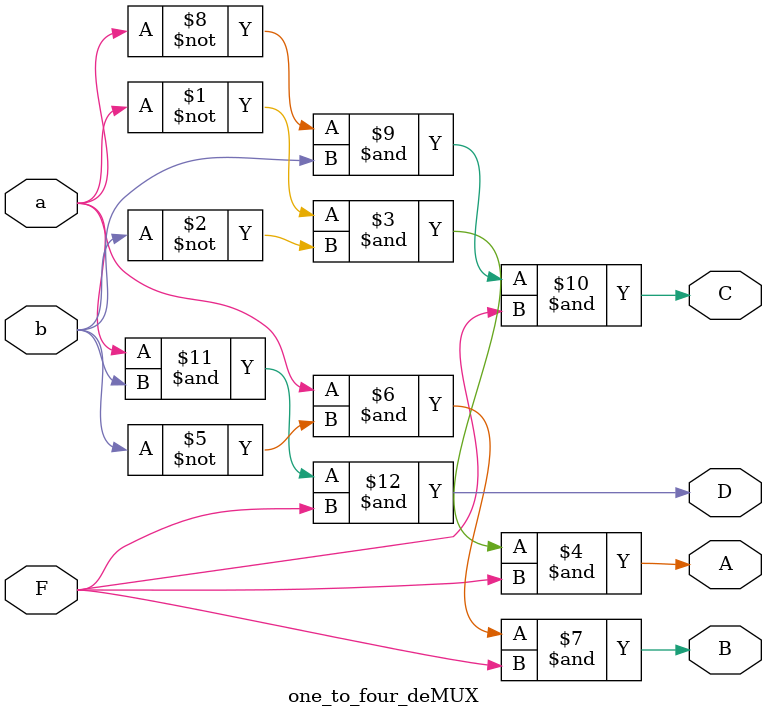
<source format=v>


`timescale 1ns / 1ps
module one_to_four_deMUX(
input a, b, F,
output A,B,C,D
    );
    assign A = ~a&~b&F;
    assign B = a&~b&F;
    assign C = ~a&b&F;
    assign D = a&b&F;
endmodule

</source>
